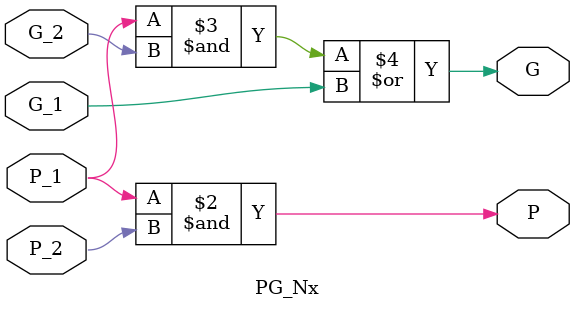
<source format=v>

module Kogge (A,B,Cin,Sum);

parameter N = 16;

input [N-1:0] A, B;
input Cin;
output [N:0] Sum;

wire [N:0] C;
wire [N-1:0] S;

wire P[5:1][N-1:-N/2];
wire G[5:1][N-1:-N/2];


// Initialize with 1, so that we can use then in P,G generation in next stages
// These lines are written to help bypassing the P & G and not writing special code for them

genvar a1, a2;

generate
	for(a1=1; a1<5; a1=a1+1) begin: ini1			// from Stage 1 to 2nd last stage
		for(a2=-N/2; a2<0; a2=a2+1) begin: ini2		// all the negative indexes
			assign P[a1][a2] = 1'b1;
			assign G[a1][a2] = 1'b0;
		end
	end
endgenerate


assign C[0] = Cin;


// Stage-1

genvar i;

generate
	for(i=0; i<N; i=i+1) begin: stage1
		PG I1 (A[i], B[i], P[1][i], G[1][i]);		
	end
endgenerate


// Stage-2

genvar j;

generate
	for(j=0; j<N; j=j+1) begin: stage2B
		PG_Nx I2 (P[1][j], G[1][j], P[1][j-1], G[1][j-1], P[2][j], G[2][j]);
	end
endgenerate


// Stage-3

genvar k;

generate
	for(k=0; k<N; k=k+1) begin: stage3B
		PG_Nx I3 (P[2][k], G[2][k], P[2][k-2], G[2][k-2], P[3][k], G[3][k]);
	end
endgenerate


// Stage-4

genvar q;

generate
	for(q=0; q<N; q=q+1) begin: stage4B
		PG_Nx I4 (P[3][q], G[3][q], P[3][q-4], G[3][q-4], P[4][q], G[4][q]);
	end
endgenerate


// Stage-5

genvar u;

generate
	for(u=0; u<N; u=u+1) begin: stage5B
		PG_Nx I5 (P[4][u], G[4][u], P[4][u-8], G[4][u-8], P[5][u], G[5][u]);
	end
endgenerate


// Carry

genvar r;

generate
	for(r=0; r<N; r=r+1) begin: carry
		assign C[r+1] = G[5][r] | (P[5][r] & C[0]);
	end
endgenerate


// Sum

genvar s;

generate
	for(s=0; s<N; s=s+1) begin: sum
		assign S[s] = P[1][s] ^ C[s];
	end
endgenerate

assign Sum = {C[N],S};

endmodule


module PG (A, B, P, G);
input A, B;
output reg P, G;

always@(*)
	begin
		P = A ^ B;
		G = A & B;
	end
endmodule


module PG_Nx (P_1, G_1, P_2, G_2, P, G);
input P_1, G_1, P_2, G_2;
output reg P, G;

always@(*)
	begin
		P = P_1 & P_2;				// P_i . P_{i-1}
		G = (P_1 & G_2) | G_1;		// (G_i + (P_i . G_{i-1}))
	end
endmodule


</source>
